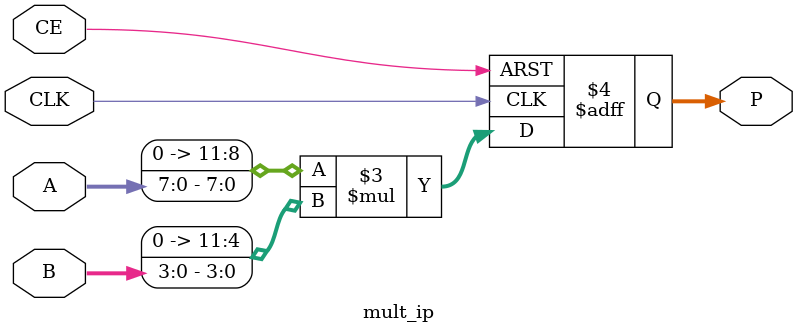
<source format=v>
`timescale 1ns / 1ps

module mult_ip(
    input  CLK,       // 时钟输入
    input  CE,        // 使能输入
    input  [7:0] A,   // 8位无符号整数 A 输入
    input  [3:0] B,   // 4位无符号整数 B 输入
    output   reg[11:0] P // 12位无符号整数乘法结果 P 输出
);
//unused ip
/*
mult_gen_0 mult_8x4_1 (
  .CLK(CLK),
  .CE(CE),
  .A(A),
  .B(B),
  .P(P)
);
*/

// 使用 always_ff 块，根据使能信号 CE 控制乘法操作
always@(posedge CLK or negedge CE) begin
    if (!CE) begin
        P <= 12'b0; // 如果 CE 为低电平，将 P 清零
    end else begin
        // 执行无符号整数乘法操作，将 A 和 B 视为无符号数
        P <= $unsigned(A) * $unsigned(B);
    end
end

endmodule

</source>
